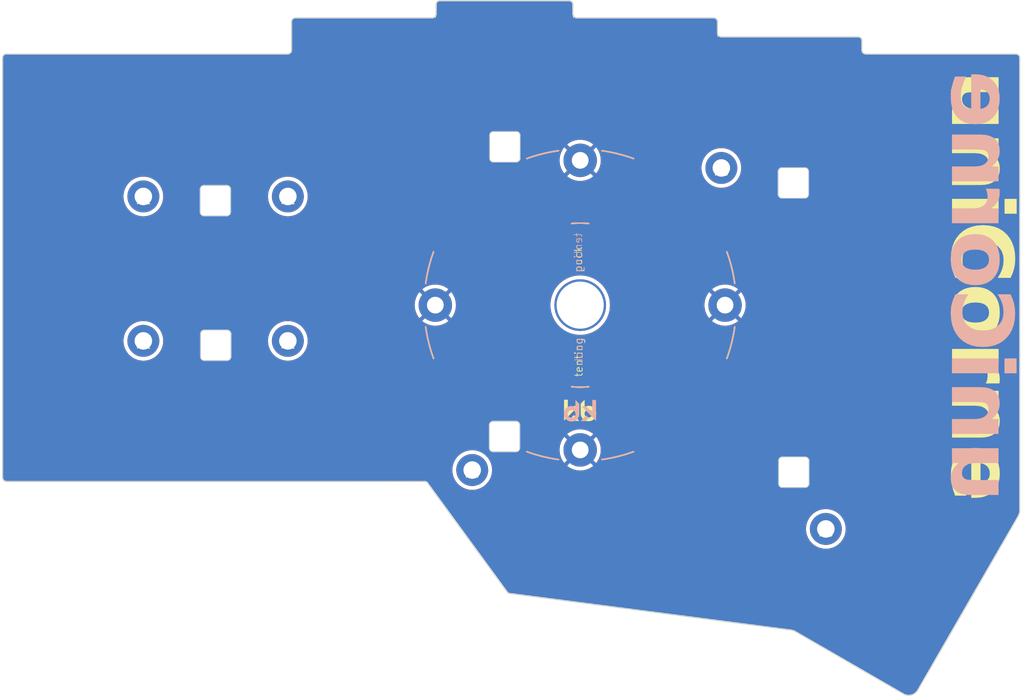
<source format=kicad_pcb>
(kicad_pcb (version 20221018) (generator pcbnew)
  (layers (0 "F.Cu" signal) (31 "B.Cu" signal) (34 "B.Paste" user) (35 "F.Paste" user) (36 "B.SilkS" user "B.Silkscreen") (37 "F.SilkS" user "F.Silkscreen") (38 "B.Mask" user) (39 "F.Mask" user) (44 "Edge.Cuts" user))
  (net 0 "")
  (net 1 "GND")
  (footprint "KBD_PARTS:M2_Hole_TH" (layer "F.Cu") (at 98.39 105.846905)
    (fp_text reference "H2" (at 0 0.5) (layer "F.SilkS"))
    (fp_text value "MountingHole")
    (pad "" thru_hole circle locked (at 0 0.003095) (size 4.2 4.2) (drill 2.3) (layers "*.Cu" "*.Mask"))
  )
  (footprint "KBD_PARTS:M2_Hole_TH" (layer "F.Cu") (at 122.63 122.846905)
    (fp_text reference "H4" (at 0 0.5) (layer "F.SilkS"))
    (fp_text value "MountingHole")
    (pad "" thru_hole circle locked (at 0 0) (size 4.2 4.2) (drill 2.3) (layers "*.Cu" "*.Mask"))
  )
  (footprint "KBD_PARTS:M2_Hole_TH" (layer "F.Cu") (at 98.39 86.846905)
    (fp_text reference "H1" (at 0 0.5) (layer "F.SilkS"))
    (fp_text value "MountingHole")
    (pad "" thru_hole circle locked (at 0 0) (size 4.2 4.2) (drill 2.3) (layers "*.Cu" "*.Mask"))
  )
  (footprint "KBD_PARTS:M2_Hole_TH" (layer "F.Cu") (at 79.39 105.846905)
    (fp_text reference "H2" (at 0 0.5) (layer "F.SilkS"))
    (fp_text value "MountingHole")
    (pad "" thru_hole circle locked (at 0 0.003095) (size 4.2 4.2) (drill 2.3) (layers "*.Cu" "*.Mask"))
  )
  (footprint "KBD_PARTS:M2_Hole_TH" (layer "F.Cu") (at 79.39 86.846905)
    (fp_text reference "H1" (at 0 0.5) (layer "F.SilkS"))
    (fp_text value "MountingHole")
    (pad "" thru_hole circle locked (at 0 0) (size 4.2 4.2) (drill 2.3) (layers "*.Cu" "*.Mask"))
  )
  (footprint "KBD_PARTS:M2_Hole_TH" (layer "F.Cu") (at 169.13 130.596905)
    (fp_text reference "H3" (at 0 0.5) (layer "F.SilkS"))
    (fp_text value "MountingHole")
    (pad "" thru_hole circle locked (at 0 0) (size 4.2 4.2) (drill 2.3) (layers "*.Cu" "*.Mask"))
  )
  (footprint "KBD_PARTS:M2_Hole_TH" (layer "F.Cu") (at 155.39 83.096905)
    (fp_text reference "H5" (at 0 0.5) (layer "F.SilkS"))
    (fp_text value "MountingHole")
    (pad "" thru_hole circle locked (at 0 0) (size 4.2 4.2) (drill 2.3) (layers "*.Cu" "*.Mask"))
  )
  (footprint "PCM_marbastlib-various:SplitkbTentingPuck" (layer "F.Cu") (at 136.83 101.146905)
    (fp_text reference "J3")
    (fp_text value "Tenting Puck")
    (fp_text user "puck" (at -0.1905 6.0325 90 unlocked) (layer "B.SilkS") (effects (font (thickness 0.1)) (justify mirror)))
    (fp_text user "tenting" (at -0.254 -6.9215 90) (layer "B.SilkS") (effects (font (thickness 0.1)) (justify mirror)))
    (fp_text user "tenting" (at -0.1905 6.858 90) (layer "F.SilkS") (effects (font (thickness 0.1))))
    (fp_text user "puck" (at -0.254 -6.0325 90) (layer "F.SilkS") (effects (font (thickness 0.1))))
    (fp_arc (start -20.32 -2.8575) (mid -19.91151 -4.959784) (end -19.286136 -7.008044) (stroke (width 0.2)) (layer "B.SilkS"))
    (fp_arc (start -19.286135 7.008046) (mid -19.91151 4.959785) (end -20.32 2.8575) (stroke (width 0.2)) (layer "B.SilkS"))
    (fp_arc (start -7.008046 -19.286135) (mid -4.959785 -19.91151) (end -2.8575 -20.32) (stroke (width 0.2)) (layer "B.SilkS"))
    (fp_arc (start -2.8575 20.32) (mid -4.959785 19.91151) (end -7.008045 19.286135) (stroke (width 0.2)) (layer "B.SilkS"))
    (fp_arc (start -1.128385 -10.735864) (mid -0.564967 -10.780206) (end 0 -10.795) (stroke (width 0.2)) (layer "B.SilkS"))
    (fp_arc (start 0 -10.795) (mid 0.564967 -10.780206) (end 1.128385 -10.735864) (stroke (width 0.2)) (layer "B.SilkS"))
    (fp_arc (start 0 10.795) (mid -0.564967 10.780206) (end -1.128385 10.735864) (stroke (width 0.2)) (layer "B.SilkS"))
    (fp_arc (start 1.128385 10.735864) (mid 0.564967 10.780206) (end 0 10.795) (stroke (width 0.2)) (layer "B.SilkS"))
    (fp_arc (start 2.8575 -20.32) (mid 4.959787 -19.91151) (end 7.008049 -19.286134) (stroke (width 0.2)) (layer "B.SilkS"))
    (fp_arc (start 7.008045 19.286135) (mid 4.959785 19.91151) (end 2.8575 20.32) (stroke (width 0.2)) (layer "B.SilkS"))
    (fp_arc (start 19.286134 -7.008048) (mid 19.91151 -4.959786) (end 20.32 -2.8575) (stroke (width 0.2)) (layer "B.SilkS"))
    (fp_arc (start 20.32 2.8575) (mid 19.91151 4.959786) (end 19.286134 7.008048) (stroke (width 0.2)) (layer "B.SilkS"))
    (fp_poly (pts (xy 1.584498 14.118044) (xy 0.781552 13.315344) (xy 0.493184 13.318438) (xy 0.204816 13.321531) (xy 1.05204 14.181668) (xy 1.169965 14.301391) (xy 1.284764 14.41794) (xy 1.395218 14.53008) (xy 1.50011 14.636573) (xy 1.598222 14.736184) (xy 1.688337 14.827677) (xy 1.769236 14.909814) (xy 1.839703 14.981359) (xy 1.898519 15.041077) (xy 1.944466 15.087731) (xy 1.976327 15.120084) (xy 1.990108 15.13408) (xy 2.080952 15.226356) (xy 2.080952 12.484486) (xy 1.584498 12.484486) (xy 1.584498 14.118044)) (stroke (width 0.01)) (fill solid) (layer "B.SilkS"))
    (fp_poly (pts (xy 0.777718 14.524575) (xy 0.755015 14.547438) (xy 0.720536 14.582969) (xy 0.676267 14.629061) (xy 0.6242 14.683607) (xy 0.566321 14.744501) (xy 0.504622 14.809636) (xy 0.441089 14.876906) (xy 0.377714 14.944204) (xy 0.316484 15.009423) (xy 0.259388 15.070458) (xy 0.208416 15.125201) (xy 0.165556 15.171546) (xy 0.132798 15.207386) (xy 0.11213 15.230615) (xy 0.109837 15.233306) (xy 0.081536 15.266941) (xy 0.70155 15.266941) (xy 0.8749 15.090872) (xy 0.928642 15.036129) (xy 0.978925 14.984616) (xy 1.022741 14.939436) (xy 1.057087 14.90369) (xy 1.078955 14.880481) (xy 1.082132 14.876989) (xy 1.116014 14.839174) (xy 0.954979 14.67783) (xy 0.905266 14.628375) (xy 0.861042 14.58505) (xy 0.824895 14.550337) (xy 0.799413 14.526717) (xy 0.787184 14.516669) (xy 0.786653 14.516486) (xy 0.777718 14.524575)) (stroke (width 0.01)) (fill solid) (layer "B.SilkS"))
    (fp_poly (pts (xy -0.620536 12.983827) (xy -0.620728 13.088067) (xy -0.621217 13.184812) (xy -0.621967 13.271698) (xy -0.622943 13.34636) (xy -0.624112 13.406435) (xy -0.625439 13.449558) (xy -0.626888 13.473365) (xy -0.627796 13.477395) (xy -0.640227 13.471081) (xy -0.665073 13.454738) (xy -0.689207 13.437536) (xy -0.803904 13.366814) (xy -0.92612 13.31771) (xy -1.056503 13.290034) (xy -1.195704 13.283596) (xy -1.213516 13.284264) (xy -1.303151 13.290816) (xy -1.379634 13.302753) (xy -1.451286 13.322245) (xy -1.526424 13.351462) (xy -1.596275 13.384101) (xy -1.724208 13.459394) (xy -1.837128 13.551374) (xy -1.934022 13.658363) (xy -2.01388 13.778688) (xy -2.07569 13.910673) (xy -2.118442 14.052642) (xy -2.141123 14.202921) (xy -2.144684 14.292591) (xy -2.134393 14.445069) (xy -2.103037 14.589633) (xy -2.049892 14.728869) (xy -1.992637 14.835788) (xy -1.906925 14.956081) (xy -1.805312 15.06093) (xy -1.689979 15.149252) (xy -1.563104 15.219966) (xy -1.426868 15.271989) (xy -1.283449 15.304242) (xy -1.135028 15.315641) (xy -1.034782 15.311158) (xy -0.890174 15.286277) (xy -0.749606 15.240002) (xy -0.616433 15.174023) (xy -0.494013 15.090026) (xy -0.385701 14.9897) (xy -0.377307 14.980534) (xy -0.296176 14.876414) (xy -0.226484 14.758232) (xy -0.171318 14.632369) (xy -0.133765 14.505209) (xy -0.124896 14.458759) (xy -0.122283 14.430364) (xy -0.119938 14.380292) (xy -0.118469 14.329958) (xy -0.614807 14.329958) (xy -0.625379 14.427507) (xy -0.655811 14.521526) (xy -0.684465 14.575671) (xy -0.751399 14.663954) (xy -0.83088 14.734831) (xy -0.920312 14.787324) (xy -1.017098 14.820456) (xy -1.118639 14.83325) (xy -1.22234 14.824729) (xy -1.295167 14.805441) (xy -1.338164 14.789355) (xy -1.379069 14.771995) (xy -1.395236 14.764219) (xy -1.440522 14.733215) (xy -1.489845 14.687021) (xy -1.537902 14.631565) (xy -1.579387 14.572771) (xy -1.600875 14.534444) (xy -1.621056 14.490198) (xy -1.633701 14.45159) (xy -1.641058 14.409298) (xy -1.645376 14.353995) (xy -1.645658 14.348705) (xy -1.64229 14.24146) (xy -1.619434 14.143568) (xy -1.575782 14.050145) (xy -1.558012 14.021616) (xy -1.49347 13.943712) (xy -1.414653 13.881542) (xy -1.325017 13.836046) (xy -1.228018 13.808168) (xy -1.127114 13.798848) (xy -1.025762 13.80903) (xy -0.927416 13.839655) (xy -0.913413 13.845941) (xy -0.825461 13.89889) (xy -0.751471 13.967104) (xy -0.692428 14.04745) (xy -0.649315 14.136797) (xy -0.623113 14.23201) (xy -0.614807 14.329958) (xy -0.118469 14.329958) (xy -0.117885 14.309955) (xy -0.116146 14.220766) (xy -0.114743 14.114137) (xy -0.113699 13.991481) (xy -0.113035 13.854209) (xy -0.112774 13.703735) (xy -0.112771 13.691999) (xy -0.112684 13.000285) (xy -0.620388 12.490259) (xy -0.620536 12.983827)) (stroke (width 0.01)) (fill solid) (layer "B.SilkS"))
    (fp_arc (start -20.32 -2.8575) (mid -19.91151 -4.959786) (end -19.286134 -7.008048) (stroke (width 0.2)) (layer "F.SilkS"))
    (fp_arc (start -19.286134 7.008047) (mid -19.91151 4.959786) (end -20.32 2.8575) (stroke (width 0.2)) (layer "F.SilkS"))
    (fp_arc (start -7.008048 -19.286134) (mid -4.959786 -19.91151) (end -2.8575 -20.32) (stroke (width 0.2)) (layer "F.SilkS"))
    (fp_arc (start -2.8575 20.32) (mid -4.959785 19.91151) (end -7.008046 19.286135) (stroke (width 0.2)) (layer "F.SilkS"))
    (fp_arc (start -1.128385 -10.735864) (mid -0.564967 -10.780206) (end 0 -10.795) (stroke (width 0.2)) (layer "F.SilkS"))
    (fp_arc (start 0 -10.795) (mid 0.564967 -10.780206) (end 1.128385 -10.735864) (stroke (width 0.2)) (layer "F.SilkS"))
    (fp_arc (start 0 10.795) (mid -0.564967 10.780206) (end -1.128385 10.735864) (stroke (width 0.2)) (layer "F.SilkS"))
    (fp_arc (start 1.128385 10.735864) (mid 0.564967 10.780206) (end 0 10.795) (stroke (width 0.2)) (layer "F.SilkS"))
    (fp_arc (start 2.8575 -20.32) (mid 4.959786 -19.91151) (end 7.008047 -19.286134) (stroke (width 0.2)) (layer "F.SilkS"))
    (fp_arc (start 7.008047 19.286134) (mid 4.959786 19.91151) (end 2.8575 20.32) (stroke (width 0.2)) (layer "F.SilkS"))
    (fp_arc (start 19.286135 -7.008045) (mid 19.91151 -4.959785) (end 20.32 -2.8575) (stroke (width 0.2)) (layer "F.SilkS"))
    (fp_arc (start 20.32 2.8575) (mid 19.91151 4.959785) (end 19.286135 7.008046) (stroke (width 0.2)) (layer "F.SilkS"))
    (fp_poly (pts (xy -1.626755 14.081867) (xy -0.823809 13.279167) (xy -0.535441 13.282261) (xy -0.247073 13.285354) (xy -1.094297 14.145491) (xy -1.212222 14.265214) (xy -1.327021 14.381763) (xy -1.437475 14.493903) (xy -1.542367 14.600396) (xy -1.640479 14.700007) (xy -1.730594 14.7915) (xy -1.811493 14.873637) (xy -1.88196 14.945182) (xy -1.940776 15.0049) (xy -1.986723 15.051554) (xy -2.018584 15.083907) (xy -2.032365 15.097903) (xy -2.123209 15.190179) (xy -2.123209 12.448309) (xy -1.626755 12.448309) (xy -1.626755 14.081867)) (stroke (width 0.01)) (fill solid) (layer "F.SilkS"))
    (fp_poly (pts (xy -0.819975 14.488398) (xy -0.797272 14.511261) (xy -0.762793 14.546792) (xy -0.718524 14.592884) (xy -0.666457 14.64743) (xy -0.608578 14.708324) (xy -0.546879 14.773459) (xy -0.483346 14.840729) (xy -0.419971 14.908027) (xy -0.358741 14.973246) (xy -0.301645 15.034281) (xy -0.250673 15.089024) (xy -0.207813 15.135369) (xy -0.175055 15.171209) (xy -0.154387 15.194438) (xy -0.152094 15.197129) (xy -0.123793 15.230764) (xy -0.743807 15.230764) (xy -0.917157 15.054695) (xy -0.970899 14.999952) (xy -1.021182 14.948439) (xy -1.064998 14.903259) (xy -1.099344 14.867513) (xy -1.121212 14.844304) (xy -1.124389 14.840812) (xy -1.158271 14.802997) (xy -0.997236 14.641653) (xy -0.947523 14.592198) (xy -0.903299 14.548873) (xy -0.867152 14.51416) (xy -0.84167 14.49054) (xy -0.829441 14.480492) (xy -0.82891 14.480309) (xy -0.819975 14.488398)) (stroke (width 0.01)) (fill solid) (layer "F.SilkS"))
    (fp_poly (pts (xy 0.578279 12.94765) (xy 0.578471 13.05189) (xy 0.57896 13.148635) (xy 0.57971 13.235521) (xy 0.580686 13.310183) (xy 0.581855 13.370258) (xy 0.583182 13.413381) (xy 0.584631 13.437188) (xy 0.585539 13.441218) (xy 0.59797 13.434904) (xy 0.622816 13.418561) (xy 0.64695 13.401359) (xy 0.761647 13.330637) (xy 0.883863 13.281533) (xy 1.014246 13.253857) (xy 1.153447 13.247419) (xy 1.171259 13.248087) (xy 1.260894 13.254639) (xy 1.337377 13.266576) (xy 1.409029 13.286068) (xy 1.484167 13.315285) (xy 1.554018 13.347924) (xy 1.681951 13.423217) (xy 1.794871 13.515197) (xy 1.891765 13.622186) (xy 1.971623 13.742511) (xy 2.033433 13.874496) (xy 2.076185 14.016465) (xy 2.098866 14.166744) (xy 2.102427 14.256414) (xy 2.092136 14.408892) (xy 2.06078 14.553456) (xy 2.007635 14.692692) (xy 1.95038 14.799611) (xy 1.864668 14.919904) (xy 1.763055 15.024753) (xy 1.647722 15.113075) (xy 1.520847 15.183789) (xy 1.384611 15.235812) (xy 1.241192 15.268065) (xy 1.092771 15.279464) (xy 0.992525 15.274981) (xy 0.847917 15.2501) (xy 0.707349 15.203825) (xy 0.574176 15.137846) (xy 0.451756 15.053849) (xy 0.343444 14.953523) (xy 0.33505 14.944357) (xy 0.253919 14.840237) (xy 0.184227 14.722055) (xy 0.129061 14.596192) (xy 0.091508 14.469032) (xy 0.082639 14.422582) (xy 0.080026 14.394187) (xy 0.077681 14.344115) (xy 0.076212 14.293781) (xy 0.57255 14.293781) (xy 0.583122 14.39133) (xy 0.613554 14.485349) (xy 0.642208 14.539494) (xy 0.709142 14.627777) (xy 0.788623 14.698654) (xy 0.878055 14.751147) (xy 0.974841 14.784279) (xy 1.076382 14.797073) (xy 1.180083 14.788552) (xy 1.25291 14.769264) (xy 1.295907 14.753178) (xy 1.336812 14.735818) (xy 1.352979 14.728042) (xy 1.398265 14.697038) (xy 1.447588 14.650844) (xy 1.495645 14.595388) (xy 1.53713 14.536594) (xy 1.558618 14.498267) (xy 1.578799 14.454021) (xy 1.591444 14.415413) (xy 1.598801 14.373121) (xy 1.603119 14.317818) (xy 1.603401 14.312528) (xy 1.600033 14.205283) (xy 1.577177 14.107391) (xy 1.533525 14.013968) (xy 1.515755 13.985439) (xy 1.451213 13.907535) (xy 1.372396 13.845365) (xy 1.28276 13.799869) (xy 1.185761 13.771991) (xy 1.084857 13.762671) (xy 0.983505 13.772853) (xy 0.885159 13.803478) (xy 0.871156 13.809764) (xy 0.783204 13.862713) (xy 0.709214 13.930927) (xy 0.650171 14.011273) (xy 0.607058 14.10062) (xy 0.580856 14.195833) (xy 0.57255 14.293781) (xy 0.076212 14.293781) (xy 0.075628 14.273778) (xy 0.073889 14.184589) (xy 0.072486 14.07796) (xy 0.071442 13.955304) (xy 0.070778 13.818032) (xy 0.070517 13.667558) (xy 0.070514 13.655822) (xy 0.070427 12.964108) (xy 0.578131 12.454082) (xy 0.578279 12.94765)) (stroke (width 0.01)) (fill solid) (layer "F.SilkS"))
    (pad "" thru_hole circle locked (at 0 0) (size 6.8 6.8) (drill 6.2) (layers "*.Cu" "*.Mask"))
    (pad "1" thru_hole circle locked (at -19.05 0) (size 4.4 4.4) (drill 2.2) (layers "*.Cu" "*.Mask") (net 1 "GND"))
    (pad "1" thru_hole circle locked (at 0 -19.05) (size 4.4 4.4) (drill 2.2) (layers "*.Cu" "*.Mask") (net 1 "GND"))
    (pad "1" thru_hole circle locked (at 0 19.05) (size 4.4 4.4) (drill 2.2) (layers "*.Cu" "*.Mask") (net 1 "GND"))
    (pad "1" thru_hole circle locked (at 19.05 0) (size 4.4 4.4) (drill 2.2) (layers "*.Cu" "*.Mask") (net 1 "GND"))
  )
  (gr_line (start 87.346567 89.397697) (end 90.370385 89.397697) (stroke (width 0.1)) (layer "Edge.Cuts"))
  (gr_line (start 117.88 61.596905) (end 117.88 62.846905) (stroke (width 0.15)) (layer "Edge.Cuts"))
  (gr_line (start 163.346567 87.066309) (end 166.370385 87.066309) (stroke (width 0.1)) (layer "Edge.Cuts"))
  (gr_line (start 128.880792 119.950338) (end 128.880792 116.925132) (stroke (width 0.1)) (layer "Edge.Cuts"))
  (gr_line (start 154.88 65.346905) (end 154.88 63.846905) (stroke (width 0.15)) (layer "Edge.Cuts"))
  (gr_line (start 166.860792 86.580338) (end 166.860792 83.555132) (stroke (width 0.1)) (layer "Edge.Cuts"))
  (gr_arc (start 166.433433 121.132084) (mid 166.774244 121.279726) (end 166.910792 121.625132) (stroke (width 0.1)) (layer "Edge.Cuts"))
  (gr_arc (start 98.88 63.846905) (mid 99.026447 63.493352) (end 99.38 63.346905) (stroke (width 0.15)) (layer "Edge.Cuts"))
  (gr_arc (start 174.38 68.096905) (mid 174.026447 67.950458) (end 173.88 67.596905) (stroke (width 0.15)) (layer "Edge.Cuts"))
  (gr_arc (start 124.926567 78.792084) (mid 125.074435 78.450322) (end 125.420204 78.312084) (stroke (width 0.1)) (layer "Edge.Cuts"))
  (gr_line (start 90.860792 88.911726) (end 90.860792 85.88652) (stroke (width 0.1)) (layer "Edge.Cuts"))
  (gr_line (start 116.73 124.496905) (end 127.28 138.946905) (stroke (width 0.15)) (layer "Edge.Cuts"))
  (gr_arc (start 128.880792 119.950338) (mid 128.735347 120.293993) (end 128.390385 120.436309) (stroke (width 0.1)) (layer "Edge.Cuts"))
  (gr_line (start 86.906567 104.912084) (end 86.906567 107.945902) (stroke (width 0.1)) (layer "Edge.Cuts"))
  (gr_arc (start 194.13 68.096905) (mid 194.483553 68.243352) (end 194.63 68.596905) (stroke (width 0.15)) (layer "Edge.Cuts"))
  (gr_line (start 124.926567 78.792084) (end 124.926567 81.825902) (stroke (width 0.1)) (layer "Edge.Cuts"))
  (gr_arc (start 86.866567 85.873472) (mid 87.014435 85.53171) (end 87.360204 85.393472) (stroke (width 0.1)) (layer "Edge.Cuts"))
  (gr_line (start 90.900792 107.950338) (end 90.900792 104.925132) (stroke (width 0.1)) (layer "Edge.Cuts"))
  (gr_line (start 166.383433 83.062084) (end 163.360204 83.062084) (stroke (width 0.1)) (layer "Edge.Cuts"))
  (gr_arc (start 155.38 65.846905) (mid 155.026447 65.700458) (end 154.88 65.346905) (stroke (width 0.15)) (layer "Edge.Cuts"))
  (gr_line (start 162.866567 83.542084) (end 162.866567 86.575902) (stroke (width 0.1)) (layer "Edge.Cuts"))
  (gr_arc (start 166.383433 83.062084) (mid 166.725167 83.209566) (end 166.863433 83.555132) (stroke (width 0.1)) (layer "Edge.Cuts"))
  (gr_line (start 98.38 68.096905) (end 61.38 68.096905) (stroke (width 0.15)) (layer "Edge.Cuts"))
  (gr_line (start 117.38 63.346905) (end 99.38 63.346905) (stroke (width 0.15)) (layer "Edge.Cuts"))
  (gr_arc (start 194.63 128.071905) (mid 194.575218 128.523573) (end 194.402764 128.944601) (stroke (width 0.15)) (layer "Edge.Cuts"))
  (gr_arc (start 125.366567 120.436309) (mid 125.025 120.290517) (end 124.886567 119.945902) (stroke (width 0.1)) (layer "Edge.Cuts"))
  (gr_line (start 135.88 62.846905) (end 135.88 61.596905) (stroke (width 0.15)) (layer "Edge.Cuts"))
  (gr_line (start 86.866567 85.873472) (end 86.866567 88.90729) (stroke (width 0.1)) (layer "Edge.Cuts"))
  (gr_arc (start 135.38 61.096905) (mid 135.733553 61.243352) (end 135.88 61.596905) (stroke (width 0.15)) (layer "Edge.Cuts"))
  (gr_arc (start 127.63 139.096905) (mid 127.438658 139.058845) (end 127.276447 138.950458) (stroke (width 0.15)) (layer "Edge.Cuts"))
  (gr_line (start 181.18 151.871905) (end 194.405 128.946905) (stroke (width 0.15)) (layer "Edge.Cuts"))
  (gr_line (start 128.403433 116.432084) (end 125.380204 116.432084) (stroke (width 0.1)) (layer "Edge.Cuts"))
  (gr_arc (start 61.38 124.346905) (mid 61.026445 124.200459) (end 60.88 123.846905) (stroke (width 0.15)) (layer "Edge.Cuts"))
  (gr_arc (start 164.300556 143.867249) (mid 164.630952 143.916054) (end 164.955 143.996905) (stroke (width 0.15)) (layer "Edge.Cuts"))
  (gr_line (start 98.88 63.846905) (end 98.88 67.596905) (stroke (width 0.15)) (layer "Edge.Cuts"))
  (gr_line (start 173.38 65.846905) (end 155.38 65.846905) (stroke (width 0.15)) (layer "Edge.Cuts"))
  (gr_arc (start 128.920792 81.830338) (mid 128.775347 82.173993) (end 128.430385 82.316309) (stroke (width 0.1)) (layer "Edge.Cuts"))
  (gr_line (start 124.886567 116.912084) (end 124.886567 119.945902) (stroke (width 0.1)) (layer "Edge.Cuts"))
  (gr_arc (start 90.900792 107.950338) (mid 90.755347 108.293993) (end 90.410385 108.436309) (stroke (width 0.1)) (layer "Edge.Cuts"))
  (gr_line (start 116.38 124.346905) (end 61.38 124.346905) (stroke (width 0.15)) (layer "Edge.Cuts"))
  (gr_line (start 127.63 139.096905) (end 164.300556 143.867249) (stroke (width 0.15)) (layer "Edge.Cuts"))
  (gr_line (start 163.396567 125.136309) (end 166.420385 125.136309) (stroke (width 0.1)) (layer "Edge.Cuts"))
  (gr_arc (start 116.38 124.346905) (mid 116.571342 124.384965) (end 116.733553 124.493352) (stroke (width 0.15)) (layer "Edge.Cuts"))
  (gr_arc (start 154.38 63.346905) (mid 154.733553 63.493352) (end 154.88 63.846905) (stroke (width 0.15)) (layer "Edge.Cuts"))
  (gr_arc (start 125.406567 82.316309) (mid 125.065 82.170517) (end 124.926567 81.825902) (stroke (width 0.1)) (layer "Edge.Cuts"))
  (gr_arc (start 124.886567 116.912084) (mid 125.034435 116.570322) (end 125.380204 116.432084) (stroke (width 0.1)) (layer "Edge.Cuts"))
  (gr_arc (start 163.346567 87.066309) (mid 163.005 86.920517) (end 162.866567 86.575902) (stroke (width 0.1)) (layer "Edge.Cuts"))
  (gr_arc (start 87.386567 108.436309) (mid 87.045 108.290517) (end 86.906567 107.945902) (stroke (width 0.1)) (layer "Edge.Cuts"))
  (gr_arc (start 117.88 62.846905) (mid 117.733553 63.200458) (end 117.38 63.346905) (stroke (width 0.15)) (layer "Edge.Cuts"))
  (gr_arc (start 87.346567 89.397697) (mid 87.005 89.251905) (end 86.866567 88.90729) (stroke (width 0.1)) (layer "Edge.Cuts"))
  (gr_arc (start 163.396567 125.136309) (mid 163.055 124.990517) (end 162.916567 124.645902) (stroke (width 0.1)) (layer "Edge.Cuts"))
  (gr_line (start 194.13 68.096905) (end 174.38 68.096905) (stroke (width 0.15)) (layer "Edge.Cuts"))
  (gr_arc (start 162.866567 83.542084) (mid 163.014435 83.200322) (end 163.360204 83.062084) (stroke (width 0.1)) (layer "Edge.Cuts"))
  (gr_arc (start 136.38 63.346905) (mid 136.026447 63.200458) (end 135.88 62.846905) (stroke (width 0.15)) (layer "Edge.Cuts"))
  (gr_arc (start 173.38 65.846905) (mid 173.733553 65.993352) (end 173.88 66.346905) (stroke (width 0.15)) (layer "Edge.Cuts"))
  (gr_line (start 60.88 68.596905) (end 60.88 123.846905) (stroke (width 0.15)) (layer "Edge.Cuts"))
  (gr_line (start 90.383433 85.393472) (end 87.360204 85.393472) (stroke (width 0.1)) (layer "Edge.Cuts"))
  (gr_line (start 128.920792 81.830338) (end 128.920792 78.805132) (stroke (width 0.1)) (layer "Edge.Cuts"))
  (gr_line (start 128.443433 78.312084) (end 125.420204 78.312084) (stroke (width 0.1)) (layer "Edge.Cuts"))
  (gr_arc (start 90.860792 88.911726) (mid 90.715351 89.255384) (end 90.370385 89.397697) (stroke (width 0.1)) (layer "Edge.Cuts"))
  (gr_arc (start 128.443433 78.312084) (mid 128.784244 78.459726) (end 128.920792 78.805132) (stroke (width 0.1)) (layer "Edge.Cuts"))
  (gr_line (start 154.38 63.346905) (end 136.38 63.346905) (stroke (width 0.15)) (layer "Edge.Cuts"))
  (gr_line (start 87.386567 108.436309) (end 90.410385 108.436309) (stroke (width 0.1)) (layer "Edge.Cuts"))
  (gr_line (start 135.38 61.096905) (end 118.38 61.096905) (stroke (width 0.15)) (layer "Edge.Cuts"))
  (gr_arc (start 128.403433 116.432084) (mid 128.744244 116.579726) (end 128.880792 116.925132) (stroke (width 0.1)) (layer "Edge.Cuts"))
  (gr_arc (start 181.172949 151.875488) (mid 180.307399 152.460121) (end 179.28 152.271905) (stroke (width 0.15)) (layer "Edge.Cuts"))
  (gr_arc (start 90.383433 85.393472) (mid 90.724241 85.541117) (end 90.860792 85.88652) (stroke (width 0.1)) (layer "Edge.Cuts"))
  (gr_line (start 125.366567 120.436309) (end 128.390385 120.436309) (stroke (width 0.1)) (layer "Edge.Cuts"))
  (gr_arc (start 162.916567 121.612084) (mid 163.064435 121.270322) (end 163.410204 121.132084) (stroke (width 0.1)) (layer "Edge.Cuts"))
  (gr_line (start 194.63 68.596905) (end 194.63 128.071905) (stroke (width 0.15)) (layer "Edge.Cuts"))
  (gr_arc (start 166.910792 124.650338) (mid 166.765347 124.993993) (end 166.420385 125.136309) (stroke (width 0.1)) (layer "Edge.Cuts"))
  (gr_line (start 90.423433 104.432084) (end 87.400204 104.432084) (stroke (width 0.1)) (layer "Edge.Cuts"))
  (gr_arc (start 117.88 61.596905) (mid 118.026447 61.243352) (end 118.38 61.096905) (stroke (width 0.15)) (layer "Edge.Cuts"))
  (gr_line (start 164.955 143.996905) (end 179.28 152.271905) (stroke (width 0.15)) (layer "Edge.Cuts"))
  (gr_arc (start 60.88 68.596905) (mid 61.026445 68.243348) (end 61.38 68.096905) (stroke (width 0.15)) (layer "Edge.Cuts"))
  (gr_line (start 166.910792 124.650338) (end 166.910792 121.625132) (stroke (width 0.1)) (layer "Edge.Cuts"))
  (gr_arc (start 86.906567 104.912084) (mid 87.054435 104.570322) (end 87.400204 104.432084) (stroke (width 0.1)) (layer "Edge.Cuts"))
  (gr_arc (start 166.860792 86.580338) (mid 166.715347 86.923993) (end 166.370385 87.066309) (stroke (width 0.1)) (layer "Edge.Cuts"))
  (gr_line (start 166.433433 121.132084) (end 163.410204 121.132084) (stroke (width 0.1)) (layer "Edge.Cuts"))
  (gr_line (start 162.916567 121.612084) (end 162.916567 124.645902) (stroke (width 0.1)) (layer "Edge.Cuts"))
  (gr_arc (start 98.88 67.596905) (mid 98.733553 67.950458) (end 98.38 68.096905) (stroke (width 0.15)) (layer "Edge.Cuts"))
  (gr_arc (start 90.423433 104.432084) (mid 90.764244 104.579726) (end 90.900792 104.925132) (stroke (width 0.1)) (layer "Edge.Cuts"))
  (gr_line (start 125.406567 82.316309) (end 128.430385 82.316309) (stroke (width 0.1)) (layer "Edge.Cuts"))
  (gr_line (start 173.88 66.346905) (end 173.88 67.596905) (stroke (width 0.15)) (layer "Edge.Cuts"))
  (gr_text "uniCorne" (at 184.35 127 270) (layer "B.SilkS") (effects (font (size 8 8) (thickness 2) bold) (justify left bottom mirror)))
  (gr_text "uniCorne" (at 184.36 70.28 270) (layer "F.SilkS") (effects (font (size 8 8) (thickness 2) bold) (justify left bottom)))
  (zone (net 1) (net_name "GND") (layer "F.Cu") (connect_pads (clearance 0.508)) (min_thickness 0.254) (fill yes (thermal_gap 0.508) (thermal_bridge_width 0.508))
    (polygon (pts (xy 194.58 67.996905) (xy 173.88 67.996905) (xy 173.88 65.796905) (xy 154.88 65.796905) (xy 154.88 63.296905) (xy 135.88 63.296905) (xy 135.88 60.996905) (xy 117.88 60.996905) (xy 117.88 63.296905) (xy 98.91 63.43) (xy 98.78 67.996905) (xy 60.63 67.68) (xy 60.54 124.12) (xy 116.48 124.296905) (xy 127.48 139.096905) (xy 164.92 143.99) (xy 180.5 152.98) (xy 194.68 128.396905) (xy 194.68 67.996905)))
  )
  (zone (net 1) (net_name "GND") (layer "B.Cu") (connect_pads (clearance 0.508)) (min_thickness 0.254) (fill yes (thermal_gap 0.508) (thermal_bridge_width 0.508))
    (polygon (pts (xy 194.58 67.996905) (xy 173.88 67.996905) (xy 173.88 65.796905) (xy 154.88 65.796905) (xy 154.88 63.296905) (xy 135.88 63.296905) (xy 135.88 60.996905) (xy 117.88 60.996905) (xy 117.88 63.296905) (xy 98.88 63.35) (xy 98.78 67.996905) (xy 60.58 67.78) (xy 60.58 124.36) (xy 116.48 124.296905) (xy 127.48 139.096905) (xy 164.89 143.99) (xy 180.5 152.96) (xy 194.68 128.396905) (xy 194.68 67.996905)))
  )
)
</source>
